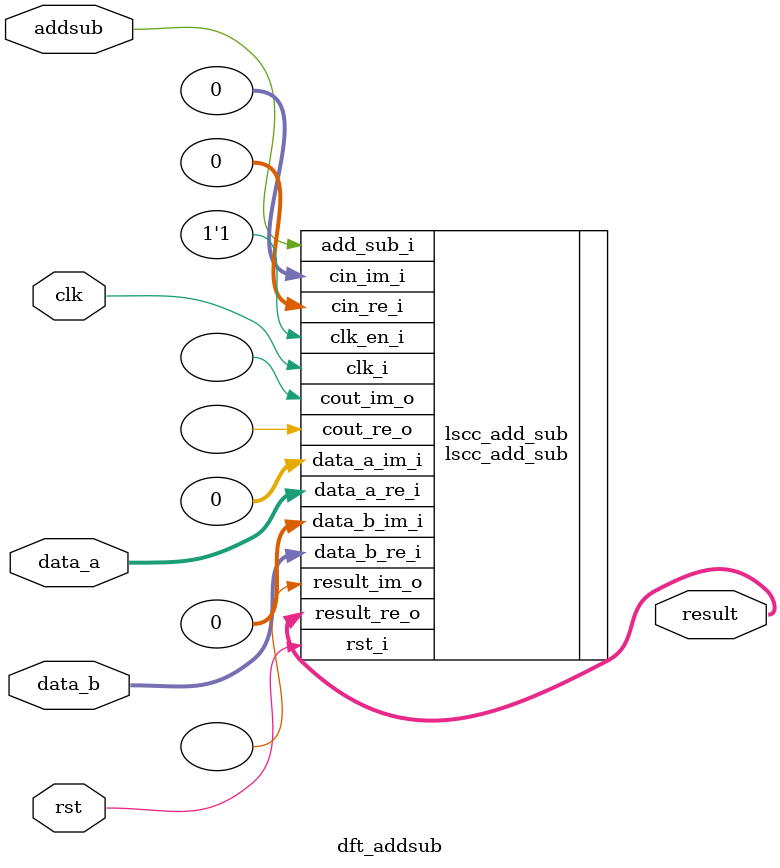
<source format=v>
module dft_addsub
#(
    parameter DATA_W          = 32,
    parameter DATA_SIGNED     = "off",  // "on" / "off"
    parameter OUTPUT_REG      = "on",   // "on" / "off"
    parameter PIPELINE_STAGES = 0
)
(
    // System
    input  wire              clk,  // System clock
    input  wire              rst,  // System reset
    // Control
    input  wire              addsub, // Addition(1) / Subtraction(0) select
    // Input data
    input  wire [DATA_W-1:0] data_a, // Data A
    input  wire [DATA_W-1:0] data_b, // Data B
    // Output data
    output wire [DATA_W-1:0] result  // Result
);

lscc_add_sub
#(
    .D_WIDTH   (DATA_W),
    .SIGNED    (DATA_SIGNED),
    .USE_CNUM  (0),
    .USE_CIN   (0),
    .USE_COUT  (0),
    .USE_OREG  (OUTPUT_REG),
    .PIPELINES (PIPELINE_STAGES),
    .PIPE_4BIT (1'b0)
) lscc_add_sub (
    .clk_i          (clk),
    .clk_en_i       (1'b1),
    .rst_i          (rst),
    .add_sub_i      (addsub),
    .data_a_re_i    (data_a),
    .data_a_im_i    (0),
    .data_b_re_i    (data_b),
    .data_b_im_i    (0),
    .cin_re_i       (0),
    .cin_im_i       (0),

    .result_re_o    (result),
    .result_im_o    (),
    .cout_re_o      (),
    .cout_im_o      ()
);

endmodule
</source>
